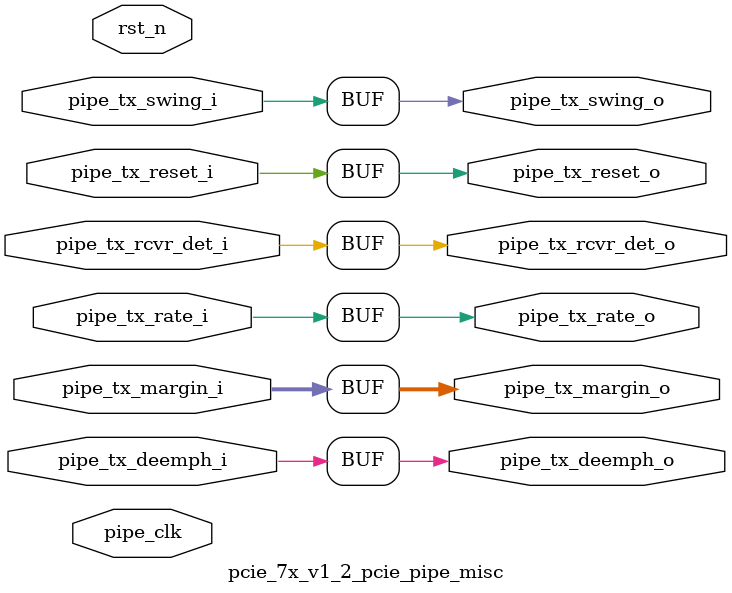
<source format=v>

`timescale 1ps/1ps

module pcie_7x_v1_2_pcie_pipe_misc #
(
    parameter        PIPE_PIPELINE_STAGES = 0    // 0 - 0 stages, 1 - 1 stage, 2 - 2 stages
)
(

    input   wire        pipe_tx_rcvr_det_i       ,     // PIPE Tx Receiver Detect
    input   wire        pipe_tx_reset_i          ,     // PIPE Tx Reset
    input   wire        pipe_tx_rate_i           ,     // PIPE Tx Rate
    input   wire        pipe_tx_deemph_i         ,     // PIPE Tx Deemphasis
    input   wire [2:0]  pipe_tx_margin_i         ,     // PIPE Tx Margin
    input   wire        pipe_tx_swing_i          ,     // PIPE Tx Swing

    output  wire        pipe_tx_rcvr_det_o       ,     // Pipelined PIPE Tx Receiver Detect
    output  wire        pipe_tx_reset_o          ,     // Pipelined PIPE Tx Reset
    output  wire        pipe_tx_rate_o           ,     // Pipelined PIPE Tx Rate
    output  wire        pipe_tx_deemph_o         ,     // Pipelined PIPE Tx Deemphasis
    output  wire [2:0]  pipe_tx_margin_o         ,     // Pipelined PIPE Tx Margin
    output  wire        pipe_tx_swing_o          ,     // Pipelined PIPE Tx Swing

    input   wire        pipe_clk                ,      // PIPE Clock
    input   wire        rst_n                          // Reset
);

//******************************************************************//
// Reality check.                                                   //
//******************************************************************//

    parameter TCQ  = 1;      // clock to out delay model

    reg                pipe_tx_rcvr_det_q       ;
    reg                pipe_tx_reset_q          ;
    reg                pipe_tx_rate_q           ;
    reg                pipe_tx_deemph_q         ;
    reg [2:0]          pipe_tx_margin_q         ;
    reg                pipe_tx_swing_q          ;

    reg                pipe_tx_rcvr_det_qq      ;
    reg                pipe_tx_reset_qq         ;
    reg                pipe_tx_rate_qq          ;
    reg                pipe_tx_deemph_qq        ;
    reg [2:0]          pipe_tx_margin_qq        ;
    reg                pipe_tx_swing_qq         ;

    generate

    if (PIPE_PIPELINE_STAGES == 0) begin : pipe_stages_0

        assign pipe_tx_rcvr_det_o = pipe_tx_rcvr_det_i;
        assign pipe_tx_reset_o  = pipe_tx_reset_i;
        assign pipe_tx_rate_o = pipe_tx_rate_i;
        assign pipe_tx_deemph_o = pipe_tx_deemph_i;
        assign pipe_tx_margin_o = pipe_tx_margin_i;
        assign pipe_tx_swing_o = pipe_tx_swing_i;

    end // if (PIPE_PIPELINE_STAGES == 0)
    else if (PIPE_PIPELINE_STAGES == 1) begin : pipe_stages_1

        always @(posedge pipe_clk) begin

        if (rst_n)
        begin

            pipe_tx_rcvr_det_q <= #TCQ 0;
            pipe_tx_reset_q  <= #TCQ 1'b1;
            pipe_tx_rate_q <= #TCQ 0;
            pipe_tx_deemph_q <= #TCQ 1'b1;
            pipe_tx_margin_q <= #TCQ 0;
            pipe_tx_swing_q <= #TCQ 0;

        end
        else
        begin

            pipe_tx_rcvr_det_q <= #TCQ pipe_tx_rcvr_det_i;
            pipe_tx_reset_q  <= #TCQ pipe_tx_reset_i;
            pipe_tx_rate_q <= #TCQ pipe_tx_rate_i;
            pipe_tx_deemph_q <= #TCQ pipe_tx_deemph_i;
            pipe_tx_margin_q <= #TCQ pipe_tx_margin_i;
            pipe_tx_swing_q <= #TCQ pipe_tx_swing_i;

          end

        end

        assign pipe_tx_rcvr_det_o = pipe_tx_rcvr_det_q;
        assign pipe_tx_reset_o  = pipe_tx_reset_q;
        assign pipe_tx_rate_o = pipe_tx_rate_q;
        assign pipe_tx_deemph_o = pipe_tx_deemph_q;
        assign pipe_tx_margin_o = pipe_tx_margin_q;
        assign pipe_tx_swing_o = pipe_tx_swing_q;

    end // if (PIPE_PIPELINE_STAGES == 1)
    else if (PIPE_PIPELINE_STAGES == 2) begin : pipe_stages_2

        always @(posedge pipe_clk) begin

        if (rst_n)
        begin

            pipe_tx_rcvr_det_q <= #TCQ 0;
            pipe_tx_reset_q  <= #TCQ 1'b1;
            pipe_tx_rate_q <= #TCQ 0;
            pipe_tx_deemph_q <= #TCQ 1'b1;
            pipe_tx_margin_q <= #TCQ 0;
            pipe_tx_swing_q <= #TCQ 0;

            pipe_tx_rcvr_det_qq <= #TCQ 0;
            pipe_tx_reset_qq  <= #TCQ 1'b1;
            pipe_tx_rate_qq <= #TCQ 0;
            pipe_tx_deemph_qq <= #TCQ 1'b1;
            pipe_tx_margin_qq <= #TCQ 0;
            pipe_tx_swing_qq <= #TCQ 0;

        end
        else
        begin

            pipe_tx_rcvr_det_q <= #TCQ pipe_tx_rcvr_det_i;
            pipe_tx_reset_q  <= #TCQ pipe_tx_reset_i;
            pipe_tx_rate_q <= #TCQ pipe_tx_rate_i;
            pipe_tx_deemph_q <= #TCQ pipe_tx_deemph_i;
            pipe_tx_margin_q <= #TCQ pipe_tx_margin_i;
            pipe_tx_swing_q <= #TCQ pipe_tx_swing_i;

            pipe_tx_rcvr_det_qq <= #TCQ pipe_tx_rcvr_det_q;
            pipe_tx_reset_qq  <= #TCQ pipe_tx_reset_q;
            pipe_tx_rate_qq <= #TCQ pipe_tx_rate_q;
            pipe_tx_deemph_qq <= #TCQ pipe_tx_deemph_q;
            pipe_tx_margin_qq <= #TCQ pipe_tx_margin_q;
            pipe_tx_swing_qq <= #TCQ pipe_tx_swing_q;

          end

        end

        assign pipe_tx_rcvr_det_o = pipe_tx_rcvr_det_qq;
        assign pipe_tx_reset_o  = pipe_tx_reset_qq;
        assign pipe_tx_rate_o = pipe_tx_rate_qq;
        assign pipe_tx_deemph_o = pipe_tx_deemph_qq;
        assign pipe_tx_margin_o = pipe_tx_margin_qq;
        assign pipe_tx_swing_o = pipe_tx_swing_qq;

    end // if (PIPE_PIPELINE_STAGES == 2)

    endgenerate

endmodule

</source>
